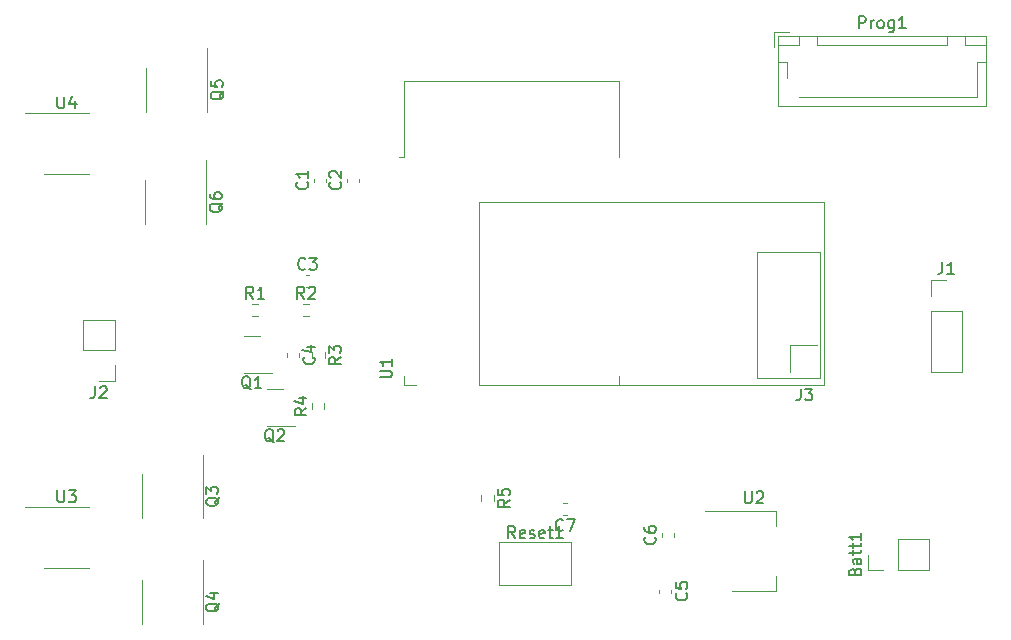
<source format=gbr>
%TF.GenerationSoftware,KiCad,Pcbnew,6.0.8+dfsg-1~bpo11+1*%
%TF.CreationDate,2022-11-14T19:08:57+01:00*%
%TF.ProjectId,Voiture_RC,566f6974-7572-4655-9f52-432e6b696361,rev?*%
%TF.SameCoordinates,Original*%
%TF.FileFunction,Legend,Top*%
%TF.FilePolarity,Positive*%
%FSLAX46Y46*%
G04 Gerber Fmt 4.6, Leading zero omitted, Abs format (unit mm)*
G04 Created by KiCad (PCBNEW 6.0.8+dfsg-1~bpo11+1) date 2022-11-14 19:08:57*
%MOMM*%
%LPD*%
G01*
G04 APERTURE LIST*
%ADD10C,0.150000*%
%ADD11C,0.120000*%
G04 APERTURE END LIST*
D10*
%TO.C,R4*%
X94922380Y-71541666D02*
X94446190Y-71875000D01*
X94922380Y-72113095D02*
X93922380Y-72113095D01*
X93922380Y-71732142D01*
X93970000Y-71636904D01*
X94017619Y-71589285D01*
X94112857Y-71541666D01*
X94255714Y-71541666D01*
X94350952Y-71589285D01*
X94398571Y-71636904D01*
X94446190Y-71732142D01*
X94446190Y-72113095D01*
X94255714Y-70684523D02*
X94922380Y-70684523D01*
X93874761Y-70922619D02*
X94589047Y-71160714D01*
X94589047Y-70541666D01*
%TO.C,Reset1*%
X112585714Y-82552380D02*
X112252380Y-82076190D01*
X112014285Y-82552380D02*
X112014285Y-81552380D01*
X112395238Y-81552380D01*
X112490476Y-81600000D01*
X112538095Y-81647619D01*
X112585714Y-81742857D01*
X112585714Y-81885714D01*
X112538095Y-81980952D01*
X112490476Y-82028571D01*
X112395238Y-82076190D01*
X112014285Y-82076190D01*
X113395238Y-82504761D02*
X113300000Y-82552380D01*
X113109523Y-82552380D01*
X113014285Y-82504761D01*
X112966666Y-82409523D01*
X112966666Y-82028571D01*
X113014285Y-81933333D01*
X113109523Y-81885714D01*
X113300000Y-81885714D01*
X113395238Y-81933333D01*
X113442857Y-82028571D01*
X113442857Y-82123809D01*
X112966666Y-82219047D01*
X113823809Y-82504761D02*
X113919047Y-82552380D01*
X114109523Y-82552380D01*
X114204761Y-82504761D01*
X114252380Y-82409523D01*
X114252380Y-82361904D01*
X114204761Y-82266666D01*
X114109523Y-82219047D01*
X113966666Y-82219047D01*
X113871428Y-82171428D01*
X113823809Y-82076190D01*
X113823809Y-82028571D01*
X113871428Y-81933333D01*
X113966666Y-81885714D01*
X114109523Y-81885714D01*
X114204761Y-81933333D01*
X115061904Y-82504761D02*
X114966666Y-82552380D01*
X114776190Y-82552380D01*
X114680952Y-82504761D01*
X114633333Y-82409523D01*
X114633333Y-82028571D01*
X114680952Y-81933333D01*
X114776190Y-81885714D01*
X114966666Y-81885714D01*
X115061904Y-81933333D01*
X115109523Y-82028571D01*
X115109523Y-82123809D01*
X114633333Y-82219047D01*
X115395238Y-81885714D02*
X115776190Y-81885714D01*
X115538095Y-81552380D02*
X115538095Y-82409523D01*
X115585714Y-82504761D01*
X115680952Y-82552380D01*
X115776190Y-82552380D01*
X116633333Y-82552380D02*
X116061904Y-82552380D01*
X116347619Y-82552380D02*
X116347619Y-81552380D01*
X116252380Y-81695238D01*
X116157142Y-81790476D01*
X116061904Y-81838095D01*
%TO.C,U2*%
X132038095Y-78602380D02*
X132038095Y-79411904D01*
X132085714Y-79507142D01*
X132133333Y-79554761D01*
X132228571Y-79602380D01*
X132419047Y-79602380D01*
X132514285Y-79554761D01*
X132561904Y-79507142D01*
X132609523Y-79411904D01*
X132609523Y-78602380D01*
X133038095Y-78697619D02*
X133085714Y-78650000D01*
X133180952Y-78602380D01*
X133419047Y-78602380D01*
X133514285Y-78650000D01*
X133561904Y-78697619D01*
X133609523Y-78792857D01*
X133609523Y-78888095D01*
X133561904Y-79030952D01*
X132990476Y-79602380D01*
X133609523Y-79602380D01*
%TO.C,R2*%
X94733333Y-62272380D02*
X94400000Y-61796190D01*
X94161904Y-62272380D02*
X94161904Y-61272380D01*
X94542857Y-61272380D01*
X94638095Y-61320000D01*
X94685714Y-61367619D01*
X94733333Y-61462857D01*
X94733333Y-61605714D01*
X94685714Y-61700952D01*
X94638095Y-61748571D01*
X94542857Y-61796190D01*
X94161904Y-61796190D01*
X95114285Y-61367619D02*
X95161904Y-61320000D01*
X95257142Y-61272380D01*
X95495238Y-61272380D01*
X95590476Y-61320000D01*
X95638095Y-61367619D01*
X95685714Y-61462857D01*
X95685714Y-61558095D01*
X95638095Y-61700952D01*
X95066666Y-62272380D01*
X95685714Y-62272380D01*
%TO.C,U1*%
X101142380Y-68941904D02*
X101951904Y-68941904D01*
X102047142Y-68894285D01*
X102094761Y-68846666D01*
X102142380Y-68751428D01*
X102142380Y-68560952D01*
X102094761Y-68465714D01*
X102047142Y-68418095D01*
X101951904Y-68370476D01*
X101142380Y-68370476D01*
X102142380Y-67370476D02*
X102142380Y-67941904D01*
X102142380Y-67656190D02*
X101142380Y-67656190D01*
X101285238Y-67751428D01*
X101380476Y-67846666D01*
X101428095Y-67941904D01*
%TO.C,U3*%
X73838095Y-78522380D02*
X73838095Y-79331904D01*
X73885714Y-79427142D01*
X73933333Y-79474761D01*
X74028571Y-79522380D01*
X74219047Y-79522380D01*
X74314285Y-79474761D01*
X74361904Y-79427142D01*
X74409523Y-79331904D01*
X74409523Y-78522380D01*
X74790476Y-78522380D02*
X75409523Y-78522380D01*
X75076190Y-78903333D01*
X75219047Y-78903333D01*
X75314285Y-78950952D01*
X75361904Y-78998571D01*
X75409523Y-79093809D01*
X75409523Y-79331904D01*
X75361904Y-79427142D01*
X75314285Y-79474761D01*
X75219047Y-79522380D01*
X74933333Y-79522380D01*
X74838095Y-79474761D01*
X74790476Y-79427142D01*
%TO.C,C2*%
X97777142Y-52416666D02*
X97824761Y-52464285D01*
X97872380Y-52607142D01*
X97872380Y-52702380D01*
X97824761Y-52845238D01*
X97729523Y-52940476D01*
X97634285Y-52988095D01*
X97443809Y-53035714D01*
X97300952Y-53035714D01*
X97110476Y-52988095D01*
X97015238Y-52940476D01*
X96920000Y-52845238D01*
X96872380Y-52702380D01*
X96872380Y-52607142D01*
X96920000Y-52464285D01*
X96967619Y-52416666D01*
X96967619Y-52035714D02*
X96920000Y-51988095D01*
X96872380Y-51892857D01*
X96872380Y-51654761D01*
X96920000Y-51559523D01*
X96967619Y-51511904D01*
X97062857Y-51464285D01*
X97158095Y-51464285D01*
X97300952Y-51511904D01*
X97872380Y-52083333D01*
X97872380Y-51464285D01*
%TO.C,Prog1*%
X141697619Y-39377380D02*
X141697619Y-38377380D01*
X142078571Y-38377380D01*
X142173809Y-38425000D01*
X142221428Y-38472619D01*
X142269047Y-38567857D01*
X142269047Y-38710714D01*
X142221428Y-38805952D01*
X142173809Y-38853571D01*
X142078571Y-38901190D01*
X141697619Y-38901190D01*
X142697619Y-39377380D02*
X142697619Y-38710714D01*
X142697619Y-38901190D02*
X142745238Y-38805952D01*
X142792857Y-38758333D01*
X142888095Y-38710714D01*
X142983333Y-38710714D01*
X143459523Y-39377380D02*
X143364285Y-39329761D01*
X143316666Y-39282142D01*
X143269047Y-39186904D01*
X143269047Y-38901190D01*
X143316666Y-38805952D01*
X143364285Y-38758333D01*
X143459523Y-38710714D01*
X143602380Y-38710714D01*
X143697619Y-38758333D01*
X143745238Y-38805952D01*
X143792857Y-38901190D01*
X143792857Y-39186904D01*
X143745238Y-39282142D01*
X143697619Y-39329761D01*
X143602380Y-39377380D01*
X143459523Y-39377380D01*
X144650000Y-38710714D02*
X144650000Y-39520238D01*
X144602380Y-39615476D01*
X144554761Y-39663095D01*
X144459523Y-39710714D01*
X144316666Y-39710714D01*
X144221428Y-39663095D01*
X144650000Y-39329761D02*
X144554761Y-39377380D01*
X144364285Y-39377380D01*
X144269047Y-39329761D01*
X144221428Y-39282142D01*
X144173809Y-39186904D01*
X144173809Y-38901190D01*
X144221428Y-38805952D01*
X144269047Y-38758333D01*
X144364285Y-38710714D01*
X144554761Y-38710714D01*
X144650000Y-38758333D01*
X145650000Y-39377380D02*
X145078571Y-39377380D01*
X145364285Y-39377380D02*
X145364285Y-38377380D01*
X145269047Y-38520238D01*
X145173809Y-38615476D01*
X145078571Y-38663095D01*
%TO.C,Q3*%
X87527619Y-79095238D02*
X87480000Y-79190476D01*
X87384761Y-79285714D01*
X87241904Y-79428571D01*
X87194285Y-79523809D01*
X87194285Y-79619047D01*
X87432380Y-79571428D02*
X87384761Y-79666666D01*
X87289523Y-79761904D01*
X87099047Y-79809523D01*
X86765714Y-79809523D01*
X86575238Y-79761904D01*
X86480000Y-79666666D01*
X86432380Y-79571428D01*
X86432380Y-79380952D01*
X86480000Y-79285714D01*
X86575238Y-79190476D01*
X86765714Y-79142857D01*
X87099047Y-79142857D01*
X87289523Y-79190476D01*
X87384761Y-79285714D01*
X87432380Y-79380952D01*
X87432380Y-79571428D01*
X86432380Y-78809523D02*
X86432380Y-78190476D01*
X86813333Y-78523809D01*
X86813333Y-78380952D01*
X86860952Y-78285714D01*
X86908571Y-78238095D01*
X87003809Y-78190476D01*
X87241904Y-78190476D01*
X87337142Y-78238095D01*
X87384761Y-78285714D01*
X87432380Y-78380952D01*
X87432380Y-78666666D01*
X87384761Y-78761904D01*
X87337142Y-78809523D01*
%TO.C,C3*%
X94833333Y-59727142D02*
X94785714Y-59774761D01*
X94642857Y-59822380D01*
X94547619Y-59822380D01*
X94404761Y-59774761D01*
X94309523Y-59679523D01*
X94261904Y-59584285D01*
X94214285Y-59393809D01*
X94214285Y-59250952D01*
X94261904Y-59060476D01*
X94309523Y-58965238D01*
X94404761Y-58870000D01*
X94547619Y-58822380D01*
X94642857Y-58822380D01*
X94785714Y-58870000D01*
X94833333Y-58917619D01*
X95166666Y-58822380D02*
X95785714Y-58822380D01*
X95452380Y-59203333D01*
X95595238Y-59203333D01*
X95690476Y-59250952D01*
X95738095Y-59298571D01*
X95785714Y-59393809D01*
X95785714Y-59631904D01*
X95738095Y-59727142D01*
X95690476Y-59774761D01*
X95595238Y-59822380D01*
X95309523Y-59822380D01*
X95214285Y-59774761D01*
X95166666Y-59727142D01*
%TO.C,J2*%
X77016666Y-69707380D02*
X77016666Y-70421666D01*
X76969047Y-70564523D01*
X76873809Y-70659761D01*
X76730952Y-70707380D01*
X76635714Y-70707380D01*
X77445238Y-69802619D02*
X77492857Y-69755000D01*
X77588095Y-69707380D01*
X77826190Y-69707380D01*
X77921428Y-69755000D01*
X77969047Y-69802619D01*
X78016666Y-69897857D01*
X78016666Y-69993095D01*
X77969047Y-70135952D01*
X77397619Y-70707380D01*
X78016666Y-70707380D01*
%TO.C,R1*%
X90408333Y-62272380D02*
X90075000Y-61796190D01*
X89836904Y-62272380D02*
X89836904Y-61272380D01*
X90217857Y-61272380D01*
X90313095Y-61320000D01*
X90360714Y-61367619D01*
X90408333Y-61462857D01*
X90408333Y-61605714D01*
X90360714Y-61700952D01*
X90313095Y-61748571D01*
X90217857Y-61796190D01*
X89836904Y-61796190D01*
X91360714Y-62272380D02*
X90789285Y-62272380D01*
X91075000Y-62272380D02*
X91075000Y-61272380D01*
X90979761Y-61415238D01*
X90884523Y-61510476D01*
X90789285Y-61558095D01*
%TO.C,Q1*%
X90204761Y-69947619D02*
X90109523Y-69900000D01*
X90014285Y-69804761D01*
X89871428Y-69661904D01*
X89776190Y-69614285D01*
X89680952Y-69614285D01*
X89728571Y-69852380D02*
X89633333Y-69804761D01*
X89538095Y-69709523D01*
X89490476Y-69519047D01*
X89490476Y-69185714D01*
X89538095Y-68995238D01*
X89633333Y-68900000D01*
X89728571Y-68852380D01*
X89919047Y-68852380D01*
X90014285Y-68900000D01*
X90109523Y-68995238D01*
X90157142Y-69185714D01*
X90157142Y-69519047D01*
X90109523Y-69709523D01*
X90014285Y-69804761D01*
X89919047Y-69852380D01*
X89728571Y-69852380D01*
X91109523Y-69852380D02*
X90538095Y-69852380D01*
X90823809Y-69852380D02*
X90823809Y-68852380D01*
X90728571Y-68995238D01*
X90633333Y-69090476D01*
X90538095Y-69138095D01*
%TO.C,J1*%
X148766666Y-59182380D02*
X148766666Y-59896666D01*
X148719047Y-60039523D01*
X148623809Y-60134761D01*
X148480952Y-60182380D01*
X148385714Y-60182380D01*
X149766666Y-60182380D02*
X149195238Y-60182380D01*
X149480952Y-60182380D02*
X149480952Y-59182380D01*
X149385714Y-59325238D01*
X149290476Y-59420476D01*
X149195238Y-59468095D01*
%TO.C,U4*%
X73838095Y-45172380D02*
X73838095Y-45981904D01*
X73885714Y-46077142D01*
X73933333Y-46124761D01*
X74028571Y-46172380D01*
X74219047Y-46172380D01*
X74314285Y-46124761D01*
X74361904Y-46077142D01*
X74409523Y-45981904D01*
X74409523Y-45172380D01*
X75314285Y-45505714D02*
X75314285Y-46172380D01*
X75076190Y-45124761D02*
X74838095Y-45839047D01*
X75457142Y-45839047D01*
%TO.C,Q4*%
X87527619Y-88045238D02*
X87480000Y-88140476D01*
X87384761Y-88235714D01*
X87241904Y-88378571D01*
X87194285Y-88473809D01*
X87194285Y-88569047D01*
X87432380Y-88521428D02*
X87384761Y-88616666D01*
X87289523Y-88711904D01*
X87099047Y-88759523D01*
X86765714Y-88759523D01*
X86575238Y-88711904D01*
X86480000Y-88616666D01*
X86432380Y-88521428D01*
X86432380Y-88330952D01*
X86480000Y-88235714D01*
X86575238Y-88140476D01*
X86765714Y-88092857D01*
X87099047Y-88092857D01*
X87289523Y-88140476D01*
X87384761Y-88235714D01*
X87432380Y-88330952D01*
X87432380Y-88521428D01*
X86765714Y-87235714D02*
X87432380Y-87235714D01*
X86384761Y-87473809D02*
X87099047Y-87711904D01*
X87099047Y-87092857D01*
%TO.C,C1*%
X94967142Y-52416666D02*
X95014761Y-52464285D01*
X95062380Y-52607142D01*
X95062380Y-52702380D01*
X95014761Y-52845238D01*
X94919523Y-52940476D01*
X94824285Y-52988095D01*
X94633809Y-53035714D01*
X94490952Y-53035714D01*
X94300476Y-52988095D01*
X94205238Y-52940476D01*
X94110000Y-52845238D01*
X94062380Y-52702380D01*
X94062380Y-52607142D01*
X94110000Y-52464285D01*
X94157619Y-52416666D01*
X95062380Y-51464285D02*
X95062380Y-52035714D01*
X95062380Y-51750000D02*
X94062380Y-51750000D01*
X94205238Y-51845238D01*
X94300476Y-51940476D01*
X94348095Y-52035714D01*
%TO.C,Batt1*%
X141373571Y-85378571D02*
X141421190Y-85235714D01*
X141468809Y-85188095D01*
X141564047Y-85140476D01*
X141706904Y-85140476D01*
X141802142Y-85188095D01*
X141849761Y-85235714D01*
X141897380Y-85330952D01*
X141897380Y-85711904D01*
X140897380Y-85711904D01*
X140897380Y-85378571D01*
X140945000Y-85283333D01*
X140992619Y-85235714D01*
X141087857Y-85188095D01*
X141183095Y-85188095D01*
X141278333Y-85235714D01*
X141325952Y-85283333D01*
X141373571Y-85378571D01*
X141373571Y-85711904D01*
X141897380Y-84283333D02*
X141373571Y-84283333D01*
X141278333Y-84330952D01*
X141230714Y-84426190D01*
X141230714Y-84616666D01*
X141278333Y-84711904D01*
X141849761Y-84283333D02*
X141897380Y-84378571D01*
X141897380Y-84616666D01*
X141849761Y-84711904D01*
X141754523Y-84759523D01*
X141659285Y-84759523D01*
X141564047Y-84711904D01*
X141516428Y-84616666D01*
X141516428Y-84378571D01*
X141468809Y-84283333D01*
X141230714Y-83950000D02*
X141230714Y-83569047D01*
X140897380Y-83807142D02*
X141754523Y-83807142D01*
X141849761Y-83759523D01*
X141897380Y-83664285D01*
X141897380Y-83569047D01*
X141230714Y-83378571D02*
X141230714Y-82997619D01*
X140897380Y-83235714D02*
X141754523Y-83235714D01*
X141849761Y-83188095D01*
X141897380Y-83092857D01*
X141897380Y-82997619D01*
X141897380Y-82140476D02*
X141897380Y-82711904D01*
X141897380Y-82426190D02*
X140897380Y-82426190D01*
X141040238Y-82521428D01*
X141135476Y-82616666D01*
X141183095Y-82711904D01*
%TO.C,C5*%
X127087142Y-87216666D02*
X127134761Y-87264285D01*
X127182380Y-87407142D01*
X127182380Y-87502380D01*
X127134761Y-87645238D01*
X127039523Y-87740476D01*
X126944285Y-87788095D01*
X126753809Y-87835714D01*
X126610952Y-87835714D01*
X126420476Y-87788095D01*
X126325238Y-87740476D01*
X126230000Y-87645238D01*
X126182380Y-87502380D01*
X126182380Y-87407142D01*
X126230000Y-87264285D01*
X126277619Y-87216666D01*
X126182380Y-86311904D02*
X126182380Y-86788095D01*
X126658571Y-86835714D01*
X126610952Y-86788095D01*
X126563333Y-86692857D01*
X126563333Y-86454761D01*
X126610952Y-86359523D01*
X126658571Y-86311904D01*
X126753809Y-86264285D01*
X126991904Y-86264285D01*
X127087142Y-86311904D01*
X127134761Y-86359523D01*
X127182380Y-86454761D01*
X127182380Y-86692857D01*
X127134761Y-86788095D01*
X127087142Y-86835714D01*
%TO.C,Q6*%
X87827619Y-54195238D02*
X87780000Y-54290476D01*
X87684761Y-54385714D01*
X87541904Y-54528571D01*
X87494285Y-54623809D01*
X87494285Y-54719047D01*
X87732380Y-54671428D02*
X87684761Y-54766666D01*
X87589523Y-54861904D01*
X87399047Y-54909523D01*
X87065714Y-54909523D01*
X86875238Y-54861904D01*
X86780000Y-54766666D01*
X86732380Y-54671428D01*
X86732380Y-54480952D01*
X86780000Y-54385714D01*
X86875238Y-54290476D01*
X87065714Y-54242857D01*
X87399047Y-54242857D01*
X87589523Y-54290476D01*
X87684761Y-54385714D01*
X87732380Y-54480952D01*
X87732380Y-54671428D01*
X86732380Y-53385714D02*
X86732380Y-53576190D01*
X86780000Y-53671428D01*
X86827619Y-53719047D01*
X86970476Y-53814285D01*
X87160952Y-53861904D01*
X87541904Y-53861904D01*
X87637142Y-53814285D01*
X87684761Y-53766666D01*
X87732380Y-53671428D01*
X87732380Y-53480952D01*
X87684761Y-53385714D01*
X87637142Y-53338095D01*
X87541904Y-53290476D01*
X87303809Y-53290476D01*
X87208571Y-53338095D01*
X87160952Y-53385714D01*
X87113333Y-53480952D01*
X87113333Y-53671428D01*
X87160952Y-53766666D01*
X87208571Y-53814285D01*
X87303809Y-53861904D01*
%TO.C,C7*%
X116633333Y-81837142D02*
X116585714Y-81884761D01*
X116442857Y-81932380D01*
X116347619Y-81932380D01*
X116204761Y-81884761D01*
X116109523Y-81789523D01*
X116061904Y-81694285D01*
X116014285Y-81503809D01*
X116014285Y-81360952D01*
X116061904Y-81170476D01*
X116109523Y-81075238D01*
X116204761Y-80980000D01*
X116347619Y-80932380D01*
X116442857Y-80932380D01*
X116585714Y-80980000D01*
X116633333Y-81027619D01*
X116966666Y-80932380D02*
X117633333Y-80932380D01*
X117204761Y-81932380D01*
%TO.C,C6*%
X124427142Y-82466666D02*
X124474761Y-82514285D01*
X124522380Y-82657142D01*
X124522380Y-82752380D01*
X124474761Y-82895238D01*
X124379523Y-82990476D01*
X124284285Y-83038095D01*
X124093809Y-83085714D01*
X123950952Y-83085714D01*
X123760476Y-83038095D01*
X123665238Y-82990476D01*
X123570000Y-82895238D01*
X123522380Y-82752380D01*
X123522380Y-82657142D01*
X123570000Y-82514285D01*
X123617619Y-82466666D01*
X123522380Y-81609523D02*
X123522380Y-81800000D01*
X123570000Y-81895238D01*
X123617619Y-81942857D01*
X123760476Y-82038095D01*
X123950952Y-82085714D01*
X124331904Y-82085714D01*
X124427142Y-82038095D01*
X124474761Y-81990476D01*
X124522380Y-81895238D01*
X124522380Y-81704761D01*
X124474761Y-81609523D01*
X124427142Y-81561904D01*
X124331904Y-81514285D01*
X124093809Y-81514285D01*
X123998571Y-81561904D01*
X123950952Y-81609523D01*
X123903333Y-81704761D01*
X123903333Y-81895238D01*
X123950952Y-81990476D01*
X123998571Y-82038095D01*
X124093809Y-82085714D01*
%TO.C,R5*%
X112132380Y-79316666D02*
X111656190Y-79650000D01*
X112132380Y-79888095D02*
X111132380Y-79888095D01*
X111132380Y-79507142D01*
X111180000Y-79411904D01*
X111227619Y-79364285D01*
X111322857Y-79316666D01*
X111465714Y-79316666D01*
X111560952Y-79364285D01*
X111608571Y-79411904D01*
X111656190Y-79507142D01*
X111656190Y-79888095D01*
X111132380Y-78411904D02*
X111132380Y-78888095D01*
X111608571Y-78935714D01*
X111560952Y-78888095D01*
X111513333Y-78792857D01*
X111513333Y-78554761D01*
X111560952Y-78459523D01*
X111608571Y-78411904D01*
X111703809Y-78364285D01*
X111941904Y-78364285D01*
X112037142Y-78411904D01*
X112084761Y-78459523D01*
X112132380Y-78554761D01*
X112132380Y-78792857D01*
X112084761Y-78888095D01*
X112037142Y-78935714D01*
%TO.C,Q5*%
X87927619Y-44695238D02*
X87880000Y-44790476D01*
X87784761Y-44885714D01*
X87641904Y-45028571D01*
X87594285Y-45123809D01*
X87594285Y-45219047D01*
X87832380Y-45171428D02*
X87784761Y-45266666D01*
X87689523Y-45361904D01*
X87499047Y-45409523D01*
X87165714Y-45409523D01*
X86975238Y-45361904D01*
X86880000Y-45266666D01*
X86832380Y-45171428D01*
X86832380Y-44980952D01*
X86880000Y-44885714D01*
X86975238Y-44790476D01*
X87165714Y-44742857D01*
X87499047Y-44742857D01*
X87689523Y-44790476D01*
X87784761Y-44885714D01*
X87832380Y-44980952D01*
X87832380Y-45171428D01*
X86832380Y-43838095D02*
X86832380Y-44314285D01*
X87308571Y-44361904D01*
X87260952Y-44314285D01*
X87213333Y-44219047D01*
X87213333Y-43980952D01*
X87260952Y-43885714D01*
X87308571Y-43838095D01*
X87403809Y-43790476D01*
X87641904Y-43790476D01*
X87737142Y-43838095D01*
X87784761Y-43885714D01*
X87832380Y-43980952D01*
X87832380Y-44219047D01*
X87784761Y-44314285D01*
X87737142Y-44361904D01*
%TO.C,C4*%
X95537142Y-67216666D02*
X95584761Y-67264285D01*
X95632380Y-67407142D01*
X95632380Y-67502380D01*
X95584761Y-67645238D01*
X95489523Y-67740476D01*
X95394285Y-67788095D01*
X95203809Y-67835714D01*
X95060952Y-67835714D01*
X94870476Y-67788095D01*
X94775238Y-67740476D01*
X94680000Y-67645238D01*
X94632380Y-67502380D01*
X94632380Y-67407142D01*
X94680000Y-67264285D01*
X94727619Y-67216666D01*
X94965714Y-66359523D02*
X95632380Y-66359523D01*
X94584761Y-66597619D02*
X95299047Y-66835714D01*
X95299047Y-66216666D01*
%TO.C,R3*%
X97832380Y-67216666D02*
X97356190Y-67550000D01*
X97832380Y-67788095D02*
X96832380Y-67788095D01*
X96832380Y-67407142D01*
X96880000Y-67311904D01*
X96927619Y-67264285D01*
X97022857Y-67216666D01*
X97165714Y-67216666D01*
X97260952Y-67264285D01*
X97308571Y-67311904D01*
X97356190Y-67407142D01*
X97356190Y-67788095D01*
X96832380Y-66883333D02*
X96832380Y-66264285D01*
X97213333Y-66597619D01*
X97213333Y-66454761D01*
X97260952Y-66359523D01*
X97308571Y-66311904D01*
X97403809Y-66264285D01*
X97641904Y-66264285D01*
X97737142Y-66311904D01*
X97784761Y-66359523D01*
X97832380Y-66454761D01*
X97832380Y-66740476D01*
X97784761Y-66835714D01*
X97737142Y-66883333D01*
%TO.C,J3*%
X136766666Y-69902380D02*
X136766666Y-70616666D01*
X136719047Y-70759523D01*
X136623809Y-70854761D01*
X136480952Y-70902380D01*
X136385714Y-70902380D01*
X137147619Y-69902380D02*
X137766666Y-69902380D01*
X137433333Y-70283333D01*
X137576190Y-70283333D01*
X137671428Y-70330952D01*
X137719047Y-70378571D01*
X137766666Y-70473809D01*
X137766666Y-70711904D01*
X137719047Y-70807142D01*
X137671428Y-70854761D01*
X137576190Y-70902380D01*
X137290476Y-70902380D01*
X137195238Y-70854761D01*
X137147619Y-70807142D01*
%TO.C,Q2*%
X92154761Y-74447619D02*
X92059523Y-74400000D01*
X91964285Y-74304761D01*
X91821428Y-74161904D01*
X91726190Y-74114285D01*
X91630952Y-74114285D01*
X91678571Y-74352380D02*
X91583333Y-74304761D01*
X91488095Y-74209523D01*
X91440476Y-74019047D01*
X91440476Y-73685714D01*
X91488095Y-73495238D01*
X91583333Y-73400000D01*
X91678571Y-73352380D01*
X91869047Y-73352380D01*
X91964285Y-73400000D01*
X92059523Y-73495238D01*
X92107142Y-73685714D01*
X92107142Y-74019047D01*
X92059523Y-74209523D01*
X91964285Y-74304761D01*
X91869047Y-74352380D01*
X91678571Y-74352380D01*
X92488095Y-73447619D02*
X92535714Y-73400000D01*
X92630952Y-73352380D01*
X92869047Y-73352380D01*
X92964285Y-73400000D01*
X93011904Y-73447619D01*
X93059523Y-73542857D01*
X93059523Y-73638095D01*
X93011904Y-73780952D01*
X92440476Y-74352380D01*
X93059523Y-74352380D01*
D11*
%TO.C,R4*%
X95377500Y-71612258D02*
X95377500Y-71137742D01*
X96422500Y-71612258D02*
X96422500Y-71137742D01*
%TO.C,Reset1*%
X111240000Y-82850000D02*
X117360000Y-82850000D01*
X117360000Y-86550000D02*
X111240000Y-86550000D01*
X117360000Y-82850000D02*
X117360000Y-86550000D01*
X111240000Y-86550000D02*
X111240000Y-82850000D01*
%TO.C,U2*%
X130950000Y-87060000D02*
X134710000Y-87060000D01*
X128700000Y-80240000D02*
X134710000Y-80240000D01*
X134710000Y-87060000D02*
X134710000Y-85800000D01*
X134710000Y-80240000D02*
X134710000Y-81500000D01*
%TO.C,R2*%
X94662742Y-62727500D02*
X95137258Y-62727500D01*
X94662742Y-63772500D02*
X95137258Y-63772500D01*
%TO.C,U1*%
X121420000Y-69630000D02*
X120420000Y-69630000D01*
X103180000Y-43890000D02*
X103180000Y-50305000D01*
X103180000Y-69630000D02*
X104180000Y-69630000D01*
X103180000Y-50305000D02*
X102800000Y-50305000D01*
X103180000Y-68850000D02*
X103180000Y-69630000D01*
X121420000Y-68850000D02*
X121420000Y-69630000D01*
X121420000Y-43890000D02*
X121420000Y-50305000D01*
X103180000Y-43890000D02*
X121420000Y-43890000D01*
%TO.C,U3*%
X74600000Y-79910000D02*
X76480000Y-79910000D01*
X74600000Y-79910000D02*
X71075000Y-79910000D01*
X74600000Y-85090000D02*
X76480000Y-85090000D01*
X74600000Y-85090000D02*
X72720000Y-85090000D01*
%TO.C,C2*%
X98340000Y-52390580D02*
X98340000Y-52109420D01*
X99360000Y-52390580D02*
X99360000Y-52109420D01*
%TO.C,Prog1*%
X150650000Y-40025000D02*
X150650000Y-40775000D01*
X134840000Y-45985000D02*
X152460000Y-45985000D01*
X151700000Y-45225000D02*
X143650000Y-45225000D01*
X134840000Y-40015000D02*
X134840000Y-45985000D01*
X149150000Y-40775000D02*
X149150000Y-40025000D01*
X136650000Y-40775000D02*
X136650000Y-40025000D01*
X134550000Y-39725000D02*
X134550000Y-40975000D01*
X134850000Y-42275000D02*
X135600000Y-42275000D01*
X143650000Y-45225000D02*
X136660000Y-45225000D01*
X138150000Y-40775000D02*
X149150000Y-40775000D01*
X152450000Y-42275000D02*
X151700000Y-42275000D01*
X135800000Y-39725000D02*
X134550000Y-39725000D01*
X152450000Y-40025000D02*
X150650000Y-40025000D01*
X135600000Y-42275000D02*
X135600000Y-43615000D01*
X152460000Y-40015000D02*
X134840000Y-40015000D01*
X134850000Y-40025000D02*
X134850000Y-40775000D01*
X152460000Y-45985000D02*
X152460000Y-40015000D01*
X152450000Y-40775000D02*
X152450000Y-40025000D01*
X136650000Y-40025000D02*
X134850000Y-40025000D01*
X150650000Y-40775000D02*
X152450000Y-40775000D01*
X134850000Y-40775000D02*
X136650000Y-40775000D01*
X138150000Y-40025000D02*
X138150000Y-40775000D01*
X151700000Y-42275000D02*
X151700000Y-45225000D01*
X149150000Y-40025000D02*
X138150000Y-40025000D01*
%TO.C,Q3*%
X86140000Y-79000000D02*
X86140000Y-75475000D01*
X86140000Y-79000000D02*
X86140000Y-80880000D01*
X80960000Y-79000000D02*
X80960000Y-77120000D01*
X80960000Y-79000000D02*
X80960000Y-80880000D01*
%TO.C,C3*%
X94859420Y-60290000D02*
X95140580Y-60290000D01*
X94859420Y-61310000D02*
X95140580Y-61310000D01*
%TO.C,J2*%
X78680000Y-66655000D02*
X78680000Y-64055000D01*
X76020000Y-66655000D02*
X76020000Y-64055000D01*
X78680000Y-67925000D02*
X78680000Y-69255000D01*
X78680000Y-66655000D02*
X76020000Y-66655000D01*
X78680000Y-64055000D02*
X76020000Y-64055000D01*
X78680000Y-69255000D02*
X77350000Y-69255000D01*
%TO.C,R1*%
X90337742Y-63772500D02*
X90812258Y-63772500D01*
X90337742Y-62727500D02*
X90812258Y-62727500D01*
%TO.C,Q1*%
X90300000Y-68560000D02*
X89650000Y-68560000D01*
X90300000Y-65440000D02*
X90950000Y-65440000D01*
X90300000Y-68560000D02*
X91975000Y-68560000D01*
X90300000Y-65440000D02*
X89650000Y-65440000D01*
%TO.C,J1*%
X147770000Y-63330000D02*
X147770000Y-68470000D01*
X147770000Y-60730000D02*
X149100000Y-60730000D01*
X147770000Y-68470000D02*
X150430000Y-68470000D01*
X147770000Y-62060000D02*
X147770000Y-60730000D01*
X150430000Y-63330000D02*
X150430000Y-68470000D01*
X147770000Y-63330000D02*
X150430000Y-63330000D01*
%TO.C,U4*%
X74600000Y-46560000D02*
X71075000Y-46560000D01*
X74600000Y-51740000D02*
X76480000Y-51740000D01*
X74600000Y-46560000D02*
X76480000Y-46560000D01*
X74600000Y-51740000D02*
X72720000Y-51740000D01*
%TO.C,Q4*%
X86140000Y-87950000D02*
X86140000Y-84425000D01*
X86140000Y-87950000D02*
X86140000Y-89830000D01*
X80960000Y-87950000D02*
X80960000Y-86070000D01*
X80960000Y-87950000D02*
X80960000Y-89830000D01*
%TO.C,C1*%
X96550000Y-52390580D02*
X96550000Y-52109420D01*
X95530000Y-52390580D02*
X95530000Y-52109420D01*
%TO.C,Batt1*%
X145045000Y-85280000D02*
X147645000Y-85280000D01*
X142445000Y-85280000D02*
X142445000Y-83950000D01*
X145045000Y-85280000D02*
X145045000Y-82620000D01*
X143775000Y-85280000D02*
X142445000Y-85280000D01*
X145045000Y-82620000D02*
X147645000Y-82620000D01*
X147645000Y-85280000D02*
X147645000Y-82620000D01*
%TO.C,C5*%
X125810000Y-86909420D02*
X125810000Y-87190580D01*
X124790000Y-86909420D02*
X124790000Y-87190580D01*
%TO.C,Q6*%
X81260000Y-54100000D02*
X81260000Y-52220000D01*
X86440000Y-54100000D02*
X86440000Y-55980000D01*
X81260000Y-54100000D02*
X81260000Y-55980000D01*
X86440000Y-54100000D02*
X86440000Y-50575000D01*
%TO.C,C7*%
X116940580Y-79540000D02*
X116659420Y-79540000D01*
X116940580Y-80560000D02*
X116659420Y-80560000D01*
%TO.C,C6*%
X124990000Y-82440580D02*
X124990000Y-82159420D01*
X126010000Y-82440580D02*
X126010000Y-82159420D01*
%TO.C,R5*%
X110772500Y-78912742D02*
X110772500Y-79387258D01*
X109727500Y-78912742D02*
X109727500Y-79387258D01*
%TO.C,Q5*%
X81360000Y-44600000D02*
X81360000Y-46480000D01*
X86540000Y-44600000D02*
X86540000Y-41075000D01*
X86540000Y-44600000D02*
X86540000Y-46480000D01*
X81360000Y-44600000D02*
X81360000Y-42720000D01*
%TO.C,C4*%
X93240000Y-66909420D02*
X93240000Y-67190580D01*
X94260000Y-66909420D02*
X94260000Y-67190580D01*
%TO.C,R3*%
X96472500Y-66812742D02*
X96472500Y-67287258D01*
X95427500Y-66812742D02*
X95427500Y-67287258D01*
%TO.C,J3*%
X138370000Y-68974000D02*
X138370000Y-68974000D01*
X138700000Y-69550000D02*
X109500000Y-69550000D01*
X135830000Y-68466000D02*
X135830000Y-66180000D01*
X133036000Y-68974000D02*
X133036000Y-58306000D01*
X109500000Y-69550000D02*
X109500000Y-54100000D01*
X138370000Y-68974000D02*
X133036000Y-68974000D01*
X135830000Y-66180000D02*
X138116000Y-66180000D01*
X109500000Y-54100000D02*
X138700000Y-54100000D01*
X138116000Y-66180000D02*
X138116000Y-66180000D01*
X138370000Y-58306000D02*
X138370000Y-68974000D01*
X138700000Y-69550000D02*
X138700000Y-69550000D01*
X133036000Y-58306000D02*
X138370000Y-58306000D01*
X138700000Y-54100000D02*
X138700000Y-69550000D01*
X138370000Y-58306000D02*
X138370000Y-58306000D01*
%TO.C,Q2*%
X92250000Y-73060000D02*
X91600000Y-73060000D01*
X92250000Y-69940000D02*
X92900000Y-69940000D01*
X92250000Y-69940000D02*
X91600000Y-69940000D01*
X92250000Y-73060000D02*
X93925000Y-73060000D01*
%TD*%
M02*

</source>
